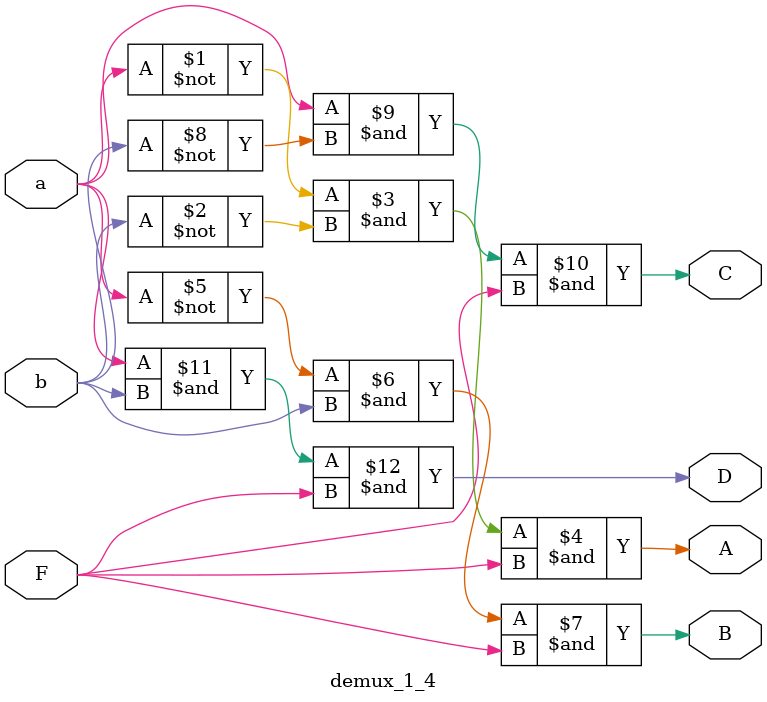
<source format=v>
module demux_1_4(
    input a,
    input b,
    input F,
    output A,
    output B,
    output C,
    output D
);
assign A = (~a & ~b & F);
assign B = (~a & b & F);
assign C = (a & ~b & F);
assign D = (a & b & F);
endmodule
</source>
